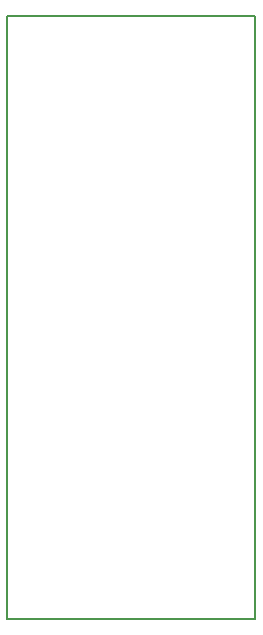
<source format=gbr>
%TF.GenerationSoftware,KiCad,Pcbnew,9.0.1*%
%TF.CreationDate,2026-01-20T01:34:41+00:00*%
%TF.ProjectId,heidi-pico,68656964-692d-4706-9963-6f2e6b696361,rev?*%
%TF.SameCoordinates,Original*%
%TF.FileFunction,Profile,NP*%
%FSLAX46Y46*%
G04 Gerber Fmt 4.6, Leading zero omitted, Abs format (unit mm)*
G04 Created by KiCad (PCBNEW 9.0.1) date 2026-01-20 01:34:41*
%MOMM*%
%LPD*%
G01*
G04 APERTURE LIST*
%TA.AperFunction,Profile*%
%ADD10C,0.200000*%
%TD*%
G04 APERTURE END LIST*
D10*
X81850000Y-74600000D02*
X102850000Y-74600000D01*
X102850000Y-125600000D01*
X81850000Y-125600000D01*
X81850000Y-74600000D01*
M02*

</source>
